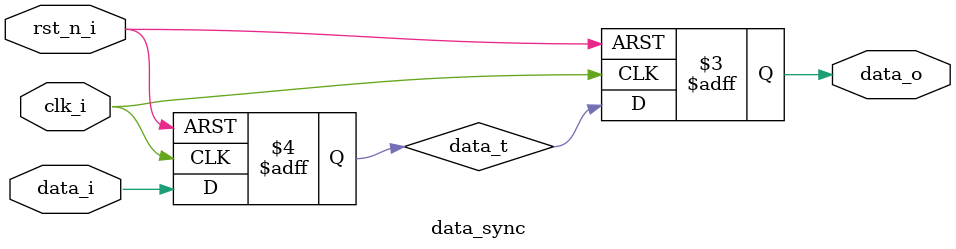
<source format=sv>
/*
 * data_sync.sv
 *
 *  Created on: 2021-06-09 16:38
 *      Author: Jack Chen <redchenjs@live.com>
 */

module data_sync(
    input logic clk_i,
    input logic rst_n_i,

    input  logic data_i,
    output logic data_o
);

logic data_t;

always_ff @(posedge clk_i or negedge rst_n_i)
begin
    if (!rst_n_i) begin
        data_t <= 'b0;
        data_o <= 'b0;
    end else begin
        data_t <= data_i;
        data_o <= data_t;
    end
end

endmodule

</source>
